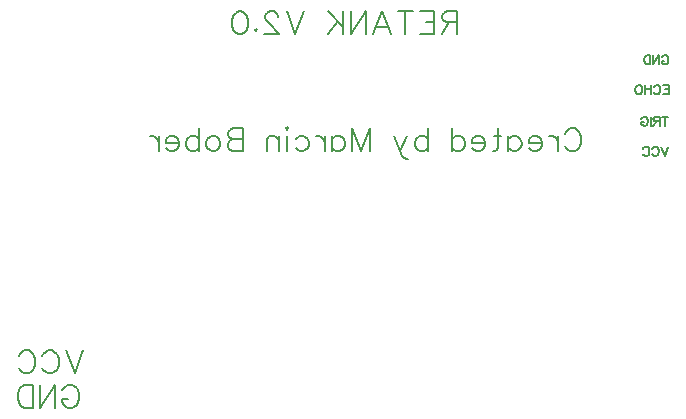
<source format=gbo>
G04 Layer: BottomSilkLayer*
G04 EasyEDA v6.4.19.3, 2021-04-15T18:17:59+02:00*
G04 27ca5f04d03341a3abaed076034c1fd4,b26f2b340a5143eda07d108a38fc4859,10*
G04 Gerber Generator version 0.2*
G04 Scale: 100 percent, Rotated: No, Reflected: No *
G04 Dimensions in millimeters *
G04 leading zeros omitted , absolute positions ,4 integer and 5 decimal *
%FSLAX45Y45*%
%MOMM*%

%ADD40C,0.2032*%

%LPD*%
D40*
X4902200Y5818446D02*
G01*
X4902200Y5624484D01*
X4902200Y5818446D02*
G01*
X4819073Y5818446D01*
X4791364Y5809211D01*
X4782126Y5799975D01*
X4772891Y5781502D01*
X4772891Y5763028D01*
X4782126Y5744555D01*
X4791364Y5735320D01*
X4819073Y5726084D01*
X4902200Y5726084D01*
X4837544Y5726084D02*
G01*
X4772891Y5624484D01*
X4711931Y5818446D02*
G01*
X4711931Y5624484D01*
X4711931Y5818446D02*
G01*
X4591857Y5818446D01*
X4711931Y5726084D02*
G01*
X4638040Y5726084D01*
X4711931Y5624484D02*
G01*
X4591857Y5624484D01*
X4466244Y5818446D02*
G01*
X4466244Y5624484D01*
X4530897Y5818446D02*
G01*
X4401588Y5818446D01*
X4266737Y5818446D02*
G01*
X4340628Y5624484D01*
X4266737Y5818446D02*
G01*
X4192846Y5624484D01*
X4312920Y5689137D02*
G01*
X4220555Y5689137D01*
X4131886Y5818446D02*
G01*
X4131886Y5624484D01*
X4131886Y5818446D02*
G01*
X4002577Y5624484D01*
X4002577Y5818446D02*
G01*
X4002577Y5624484D01*
X3941617Y5818446D02*
G01*
X3941617Y5624484D01*
X3812308Y5818446D02*
G01*
X3941617Y5689137D01*
X3895435Y5735320D02*
G01*
X3812308Y5624484D01*
X3609108Y5818446D02*
G01*
X3535217Y5624484D01*
X3461326Y5818446D02*
G01*
X3535217Y5624484D01*
X3391131Y5772264D02*
G01*
X3391131Y5781502D01*
X3381895Y5799975D01*
X3372657Y5809211D01*
X3354184Y5818446D01*
X3317240Y5818446D01*
X3298766Y5809211D01*
X3289531Y5799975D01*
X3280295Y5781502D01*
X3280295Y5763028D01*
X3289531Y5744555D01*
X3308004Y5716846D01*
X3400366Y5624484D01*
X3271057Y5624484D01*
X3200862Y5670664D02*
G01*
X3210097Y5661428D01*
X3200862Y5652193D01*
X3191624Y5661428D01*
X3200862Y5670664D01*
X3075246Y5818446D02*
G01*
X3102955Y5809211D01*
X3121428Y5781502D01*
X3130664Y5735320D01*
X3130664Y5707611D01*
X3121428Y5661428D01*
X3102955Y5633720D01*
X3075246Y5624484D01*
X3056775Y5624484D01*
X3029064Y5633720D01*
X3010593Y5661428D01*
X3001355Y5707611D01*
X3001355Y5735320D01*
X3010593Y5781502D01*
X3029064Y5809211D01*
X3056775Y5818446D01*
X3075246Y5818446D01*
X5817755Y4781664D02*
G01*
X5826991Y4800137D01*
X5845464Y4818611D01*
X5863935Y4827846D01*
X5900882Y4827846D01*
X5919355Y4818611D01*
X5937826Y4800137D01*
X5947064Y4781664D01*
X5956300Y4753955D01*
X5956300Y4707775D01*
X5947064Y4680064D01*
X5937826Y4661593D01*
X5919355Y4643120D01*
X5900882Y4633884D01*
X5863935Y4633884D01*
X5845464Y4643120D01*
X5826991Y4661593D01*
X5817755Y4680064D01*
X5756795Y4763193D02*
G01*
X5756795Y4633884D01*
X5756795Y4707775D02*
G01*
X5747557Y4735484D01*
X5729084Y4753955D01*
X5710613Y4763193D01*
X5682904Y4763193D01*
X5621944Y4707775D02*
G01*
X5511106Y4707775D01*
X5511106Y4726246D01*
X5520344Y4744720D01*
X5529579Y4753955D01*
X5548053Y4763193D01*
X5575762Y4763193D01*
X5594235Y4753955D01*
X5612706Y4735484D01*
X5621944Y4707775D01*
X5621944Y4689302D01*
X5612706Y4661593D01*
X5594235Y4643120D01*
X5575762Y4633884D01*
X5548053Y4633884D01*
X5529579Y4643120D01*
X5511106Y4661593D01*
X5339311Y4763193D02*
G01*
X5339311Y4633884D01*
X5339311Y4735484D02*
G01*
X5357784Y4753955D01*
X5376255Y4763193D01*
X5403964Y4763193D01*
X5422437Y4753955D01*
X5440911Y4735484D01*
X5450146Y4707775D01*
X5450146Y4689302D01*
X5440911Y4661593D01*
X5422437Y4643120D01*
X5403964Y4633884D01*
X5376255Y4633884D01*
X5357784Y4643120D01*
X5339311Y4661593D01*
X5250642Y4827846D02*
G01*
X5250642Y4670828D01*
X5241404Y4643120D01*
X5222933Y4633884D01*
X5204459Y4633884D01*
X5278351Y4763193D02*
G01*
X5213695Y4763193D01*
X5143500Y4707775D02*
G01*
X5032664Y4707775D01*
X5032664Y4726246D01*
X5041900Y4744720D01*
X5051135Y4753955D01*
X5069608Y4763193D01*
X5097317Y4763193D01*
X5115791Y4753955D01*
X5134264Y4735484D01*
X5143500Y4707775D01*
X5143500Y4689302D01*
X5134264Y4661593D01*
X5115791Y4643120D01*
X5097317Y4633884D01*
X5069608Y4633884D01*
X5051135Y4643120D01*
X5032664Y4661593D01*
X4860866Y4827846D02*
G01*
X4860866Y4633884D01*
X4860866Y4735484D02*
G01*
X4879340Y4753955D01*
X4897813Y4763193D01*
X4925522Y4763193D01*
X4943995Y4753955D01*
X4962466Y4735484D01*
X4971704Y4707775D01*
X4971704Y4689302D01*
X4962466Y4661593D01*
X4943995Y4643120D01*
X4925522Y4633884D01*
X4897813Y4633884D01*
X4879340Y4643120D01*
X4860866Y4661593D01*
X4657666Y4827846D02*
G01*
X4657666Y4633884D01*
X4657666Y4735484D02*
G01*
X4639195Y4753955D01*
X4620722Y4763193D01*
X4593013Y4763193D01*
X4574540Y4753955D01*
X4556066Y4735484D01*
X4546831Y4707775D01*
X4546831Y4689302D01*
X4556066Y4661593D01*
X4574540Y4643120D01*
X4593013Y4633884D01*
X4620722Y4633884D01*
X4639195Y4643120D01*
X4657666Y4661593D01*
X4476635Y4763193D02*
G01*
X4421215Y4633884D01*
X4365797Y4763193D02*
G01*
X4421215Y4633884D01*
X4439688Y4596937D01*
X4458162Y4578464D01*
X4476635Y4569228D01*
X4485871Y4569228D01*
X4162597Y4827846D02*
G01*
X4162597Y4633884D01*
X4162597Y4827846D02*
G01*
X4088706Y4633884D01*
X4014815Y4827846D02*
G01*
X4088706Y4633884D01*
X4014815Y4827846D02*
G01*
X4014815Y4633884D01*
X3843020Y4763193D02*
G01*
X3843020Y4633884D01*
X3843020Y4735484D02*
G01*
X3861493Y4753955D01*
X3879964Y4763193D01*
X3907675Y4763193D01*
X3926146Y4753955D01*
X3944620Y4735484D01*
X3953855Y4707775D01*
X3953855Y4689302D01*
X3944620Y4661593D01*
X3926146Y4643120D01*
X3907675Y4633884D01*
X3879964Y4633884D01*
X3861493Y4643120D01*
X3843020Y4661593D01*
X3782059Y4763193D02*
G01*
X3782059Y4633884D01*
X3782059Y4707775D02*
G01*
X3772824Y4735484D01*
X3754351Y4753955D01*
X3735877Y4763193D01*
X3708168Y4763193D01*
X3536373Y4735484D02*
G01*
X3554844Y4753955D01*
X3573317Y4763193D01*
X3601026Y4763193D01*
X3619500Y4753955D01*
X3637973Y4735484D01*
X3647208Y4707775D01*
X3647208Y4689302D01*
X3637973Y4661593D01*
X3619500Y4643120D01*
X3601026Y4633884D01*
X3573317Y4633884D01*
X3554844Y4643120D01*
X3536373Y4661593D01*
X3475413Y4827846D02*
G01*
X3466175Y4818611D01*
X3456940Y4827846D01*
X3466175Y4837084D01*
X3475413Y4827846D01*
X3466175Y4763193D02*
G01*
X3466175Y4633884D01*
X3395979Y4763193D02*
G01*
X3395979Y4633884D01*
X3395979Y4726246D02*
G01*
X3368271Y4753955D01*
X3349797Y4763193D01*
X3322088Y4763193D01*
X3303615Y4753955D01*
X3294379Y4726246D01*
X3294379Y4633884D01*
X3091179Y4827846D02*
G01*
X3091179Y4633884D01*
X3091179Y4827846D02*
G01*
X3008053Y4827846D01*
X2980344Y4818611D01*
X2971106Y4809375D01*
X2961871Y4790902D01*
X2961871Y4772428D01*
X2971106Y4753955D01*
X2980344Y4744720D01*
X3008053Y4735484D01*
X3091179Y4735484D02*
G01*
X3008053Y4735484D01*
X2980344Y4726246D01*
X2971106Y4717011D01*
X2961871Y4698537D01*
X2961871Y4670828D01*
X2971106Y4652355D01*
X2980344Y4643120D01*
X3008053Y4633884D01*
X3091179Y4633884D01*
X2854728Y4763193D02*
G01*
X2873202Y4753955D01*
X2891675Y4735484D01*
X2900911Y4707775D01*
X2900911Y4689302D01*
X2891675Y4661593D01*
X2873202Y4643120D01*
X2854728Y4633884D01*
X2827020Y4633884D01*
X2808546Y4643120D01*
X2790075Y4661593D01*
X2780837Y4689302D01*
X2780837Y4707775D01*
X2790075Y4735484D01*
X2808546Y4753955D01*
X2827020Y4763193D01*
X2854728Y4763193D01*
X2719877Y4827846D02*
G01*
X2719877Y4633884D01*
X2719877Y4735484D02*
G01*
X2701404Y4753955D01*
X2682933Y4763193D01*
X2655224Y4763193D01*
X2636751Y4753955D01*
X2618277Y4735484D01*
X2609042Y4707775D01*
X2609042Y4689302D01*
X2618277Y4661593D01*
X2636751Y4643120D01*
X2655224Y4633884D01*
X2682933Y4633884D01*
X2701404Y4643120D01*
X2719877Y4661593D01*
X2548082Y4707775D02*
G01*
X2437244Y4707775D01*
X2437244Y4726246D01*
X2446482Y4744720D01*
X2455717Y4753955D01*
X2474191Y4763193D01*
X2501900Y4763193D01*
X2520373Y4753955D01*
X2538844Y4735484D01*
X2548082Y4707775D01*
X2548082Y4689302D01*
X2538844Y4661593D01*
X2520373Y4643120D01*
X2501900Y4633884D01*
X2474191Y4633884D01*
X2455717Y4643120D01*
X2437244Y4661593D01*
X2376284Y4763193D02*
G01*
X2376284Y4633884D01*
X2376284Y4707775D02*
G01*
X2367048Y4735484D01*
X2348575Y4753955D01*
X2330104Y4763193D01*
X2302395Y4763193D01*
X1739900Y2948246D02*
G01*
X1666008Y2754284D01*
X1592117Y2948246D02*
G01*
X1666008Y2754284D01*
X1392613Y2902064D02*
G01*
X1401848Y2920537D01*
X1420322Y2939011D01*
X1438795Y2948246D01*
X1475739Y2948246D01*
X1494213Y2939011D01*
X1512684Y2920537D01*
X1521922Y2902064D01*
X1531157Y2874355D01*
X1531157Y2828175D01*
X1521922Y2800464D01*
X1512684Y2781993D01*
X1494213Y2763520D01*
X1475739Y2754284D01*
X1438795Y2754284D01*
X1420322Y2763520D01*
X1401848Y2781993D01*
X1392613Y2800464D01*
X1193106Y2902064D02*
G01*
X1202344Y2920537D01*
X1220815Y2939011D01*
X1239288Y2948246D01*
X1276235Y2948246D01*
X1294706Y2939011D01*
X1313179Y2920537D01*
X1322415Y2902064D01*
X1331653Y2874355D01*
X1331653Y2828175D01*
X1322415Y2800464D01*
X1313179Y2781993D01*
X1294706Y2763520D01*
X1276235Y2754284D01*
X1239288Y2754284D01*
X1220815Y2763520D01*
X1202344Y2781993D01*
X1193106Y2800464D01*
X1563255Y2609964D02*
G01*
X1572491Y2628437D01*
X1590964Y2646911D01*
X1609435Y2656146D01*
X1646382Y2656146D01*
X1664855Y2646911D01*
X1683326Y2628437D01*
X1692564Y2609964D01*
X1701800Y2582255D01*
X1701800Y2536075D01*
X1692564Y2508364D01*
X1683326Y2489893D01*
X1664855Y2471420D01*
X1646382Y2462184D01*
X1609435Y2462184D01*
X1590964Y2471420D01*
X1572491Y2489893D01*
X1563255Y2508364D01*
X1563255Y2536075D01*
X1609435Y2536075D02*
G01*
X1563255Y2536075D01*
X1502295Y2656146D02*
G01*
X1502295Y2462184D01*
X1502295Y2656146D02*
G01*
X1372984Y2462184D01*
X1372984Y2656146D02*
G01*
X1372984Y2462184D01*
X1312024Y2656146D02*
G01*
X1312024Y2462184D01*
X1312024Y2656146D02*
G01*
X1247371Y2656146D01*
X1219662Y2646911D01*
X1201188Y2628437D01*
X1191953Y2609964D01*
X1182715Y2582255D01*
X1182715Y2536075D01*
X1191953Y2508364D01*
X1201188Y2489893D01*
X1219662Y2471420D01*
X1247371Y2462184D01*
X1312024Y2462184D01*
X6692900Y4671984D02*
G01*
X6663804Y4595611D01*
X6634711Y4671984D02*
G01*
X6663804Y4595611D01*
X6556156Y4653800D02*
G01*
X6559791Y4661072D01*
X6567065Y4668347D01*
X6574340Y4671984D01*
X6588886Y4671984D01*
X6596161Y4668347D01*
X6603433Y4661072D01*
X6607070Y4653800D01*
X6610708Y4642888D01*
X6610708Y4624704D01*
X6607070Y4613795D01*
X6603433Y4606521D01*
X6596161Y4599246D01*
X6588886Y4595611D01*
X6574340Y4595611D01*
X6567065Y4599246D01*
X6559791Y4606521D01*
X6556156Y4613795D01*
X6477599Y4653800D02*
G01*
X6481236Y4661072D01*
X6488511Y4668347D01*
X6495783Y4671984D01*
X6510332Y4671984D01*
X6517604Y4668347D01*
X6524879Y4661072D01*
X6528516Y4653800D01*
X6532153Y4642888D01*
X6532153Y4624704D01*
X6528516Y4613795D01*
X6524879Y4606521D01*
X6517604Y4599246D01*
X6510332Y4595611D01*
X6495783Y4595611D01*
X6488511Y4599246D01*
X6481236Y4606521D01*
X6477599Y4613795D01*
X6667441Y4925984D02*
G01*
X6667441Y4849611D01*
X6692900Y4925984D02*
G01*
X6641985Y4925984D01*
X6617982Y4925984D02*
G01*
X6617982Y4849611D01*
X6617982Y4925984D02*
G01*
X6585249Y4925984D01*
X6574340Y4922347D01*
X6570703Y4918710D01*
X6567065Y4911435D01*
X6567065Y4904163D01*
X6570703Y4896888D01*
X6574340Y4893251D01*
X6585249Y4889616D01*
X6617982Y4889616D01*
X6592524Y4889616D02*
G01*
X6567065Y4849611D01*
X6543062Y4925984D02*
G01*
X6543062Y4849611D01*
X6464508Y4907800D02*
G01*
X6468145Y4915072D01*
X6475417Y4922347D01*
X6482692Y4925984D01*
X6497238Y4925984D01*
X6504513Y4922347D01*
X6511785Y4915072D01*
X6515422Y4907800D01*
X6519059Y4896888D01*
X6519059Y4878704D01*
X6515422Y4867795D01*
X6511785Y4860521D01*
X6504513Y4853246D01*
X6497238Y4849611D01*
X6482692Y4849611D01*
X6475417Y4853246D01*
X6468145Y4860521D01*
X6464508Y4867795D01*
X6464508Y4878704D01*
X6482692Y4878704D02*
G01*
X6464508Y4878704D01*
X6696445Y5194472D02*
G01*
X6696445Y5118100D01*
X6696445Y5194472D02*
G01*
X6649166Y5194472D01*
X6696445Y5158104D02*
G01*
X6667350Y5158104D01*
X6696445Y5118100D02*
G01*
X6649166Y5118100D01*
X6570611Y5176288D02*
G01*
X6574246Y5183563D01*
X6581520Y5190835D01*
X6588795Y5194472D01*
X6603342Y5194472D01*
X6610616Y5190835D01*
X6617888Y5183563D01*
X6621525Y5176288D01*
X6625163Y5165379D01*
X6625163Y5147193D01*
X6621525Y5136283D01*
X6617888Y5129009D01*
X6610616Y5121737D01*
X6603342Y5118100D01*
X6588795Y5118100D01*
X6581520Y5121737D01*
X6574246Y5129009D01*
X6570611Y5136283D01*
X6546608Y5194472D02*
G01*
X6546608Y5118100D01*
X6495691Y5194472D02*
G01*
X6495691Y5118100D01*
X6546608Y5158104D02*
G01*
X6495691Y5158104D01*
X6449867Y5194472D02*
G01*
X6457142Y5190835D01*
X6464416Y5183563D01*
X6468051Y5176288D01*
X6471688Y5165379D01*
X6471688Y5147193D01*
X6468051Y5136283D01*
X6464416Y5129009D01*
X6457142Y5121737D01*
X6449867Y5118100D01*
X6435321Y5118100D01*
X6428046Y5121737D01*
X6420774Y5129009D01*
X6417137Y5136283D01*
X6413500Y5147193D01*
X6413500Y5165379D01*
X6417137Y5176288D01*
X6420774Y5183563D01*
X6428046Y5190835D01*
X6435321Y5194472D01*
X6449867Y5194472D01*
X6639537Y5430288D02*
G01*
X6643174Y5437563D01*
X6650446Y5444835D01*
X6657720Y5448472D01*
X6672267Y5448472D01*
X6679542Y5444835D01*
X6686816Y5437563D01*
X6690451Y5430288D01*
X6694088Y5419379D01*
X6694088Y5401195D01*
X6690451Y5390283D01*
X6686816Y5383009D01*
X6679542Y5375737D01*
X6672267Y5372100D01*
X6657720Y5372100D01*
X6650446Y5375737D01*
X6643174Y5383009D01*
X6639537Y5390283D01*
X6639537Y5401195D01*
X6657720Y5401195D02*
G01*
X6639537Y5401195D01*
X6615534Y5448472D02*
G01*
X6615534Y5372100D01*
X6615534Y5448472D02*
G01*
X6564617Y5372100D01*
X6564617Y5448472D02*
G01*
X6564617Y5372100D01*
X6540614Y5448472D02*
G01*
X6540614Y5372100D01*
X6540614Y5448472D02*
G01*
X6515158Y5448472D01*
X6504246Y5444835D01*
X6496974Y5437563D01*
X6493337Y5430288D01*
X6489700Y5419379D01*
X6489700Y5401195D01*
X6493337Y5390283D01*
X6496974Y5383009D01*
X6504246Y5375737D01*
X6515158Y5372100D01*
X6540614Y5372100D01*
M02*

</source>
